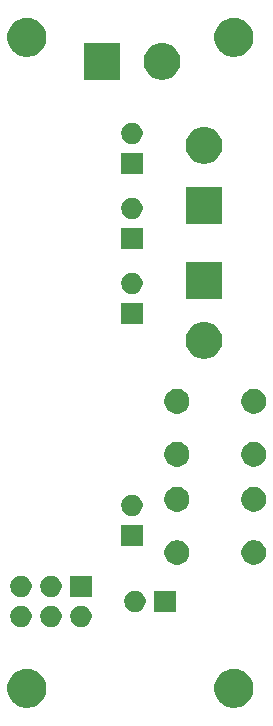
<source format=gbr>
G04 #@! TF.GenerationSoftware,KiCad,Pcbnew,(5.1.5)-3*
G04 #@! TF.CreationDate,2020-12-04T11:48:41+08:00*
G04 #@! TF.ProjectId,Clock PCB,436c6f63-6b20-4504-9342-2e6b69636164,rev?*
G04 #@! TF.SameCoordinates,Original*
G04 #@! TF.FileFunction,Soldermask,Top*
G04 #@! TF.FilePolarity,Negative*
%FSLAX46Y46*%
G04 Gerber Fmt 4.6, Leading zero omitted, Abs format (unit mm)*
G04 Created by KiCad (PCBNEW (5.1.5)-3) date 2020-12-04 11:48:41*
%MOMM*%
%LPD*%
G04 APERTURE LIST*
%ADD10C,0.150000*%
G04 APERTURE END LIST*
D10*
G36*
X189605256Y-120311298D02*
G01*
X189711579Y-120332447D01*
X190012042Y-120456903D01*
X190282451Y-120637585D01*
X190512415Y-120867549D01*
X190693097Y-121137958D01*
X190817553Y-121438421D01*
X190881000Y-121757391D01*
X190881000Y-122082609D01*
X190817553Y-122401579D01*
X190693097Y-122702042D01*
X190512415Y-122972451D01*
X190282451Y-123202415D01*
X190012042Y-123383097D01*
X189711579Y-123507553D01*
X189605256Y-123528702D01*
X189392611Y-123571000D01*
X189067389Y-123571000D01*
X188854744Y-123528702D01*
X188748421Y-123507553D01*
X188447958Y-123383097D01*
X188177549Y-123202415D01*
X187947585Y-122972451D01*
X187766903Y-122702042D01*
X187642447Y-122401579D01*
X187579000Y-122082609D01*
X187579000Y-121757391D01*
X187642447Y-121438421D01*
X187766903Y-121137958D01*
X187947585Y-120867549D01*
X188177549Y-120637585D01*
X188447958Y-120456903D01*
X188748421Y-120332447D01*
X188854744Y-120311298D01*
X189067389Y-120269000D01*
X189392611Y-120269000D01*
X189605256Y-120311298D01*
G37*
G36*
X172079256Y-120311298D02*
G01*
X172185579Y-120332447D01*
X172486042Y-120456903D01*
X172756451Y-120637585D01*
X172986415Y-120867549D01*
X173167097Y-121137958D01*
X173291553Y-121438421D01*
X173355000Y-121757391D01*
X173355000Y-122082609D01*
X173291553Y-122401579D01*
X173167097Y-122702042D01*
X172986415Y-122972451D01*
X172756451Y-123202415D01*
X172486042Y-123383097D01*
X172185579Y-123507553D01*
X172079256Y-123528702D01*
X171866611Y-123571000D01*
X171541389Y-123571000D01*
X171328744Y-123528702D01*
X171222421Y-123507553D01*
X170921958Y-123383097D01*
X170651549Y-123202415D01*
X170421585Y-122972451D01*
X170240903Y-122702042D01*
X170116447Y-122401579D01*
X170053000Y-122082609D01*
X170053000Y-121757391D01*
X170116447Y-121438421D01*
X170240903Y-121137958D01*
X170421585Y-120867549D01*
X170651549Y-120637585D01*
X170921958Y-120456903D01*
X171222421Y-120332447D01*
X171328744Y-120311298D01*
X171541389Y-120269000D01*
X171866611Y-120269000D01*
X172079256Y-120311298D01*
G37*
G36*
X171309512Y-114927927D02*
G01*
X171458812Y-114957624D01*
X171622784Y-115025544D01*
X171770354Y-115124147D01*
X171895853Y-115249646D01*
X171994456Y-115397216D01*
X172062376Y-115561188D01*
X172097000Y-115735259D01*
X172097000Y-115912741D01*
X172062376Y-116086812D01*
X171994456Y-116250784D01*
X171895853Y-116398354D01*
X171770354Y-116523853D01*
X171622784Y-116622456D01*
X171458812Y-116690376D01*
X171309512Y-116720073D01*
X171284742Y-116725000D01*
X171107258Y-116725000D01*
X171082488Y-116720073D01*
X170933188Y-116690376D01*
X170769216Y-116622456D01*
X170621646Y-116523853D01*
X170496147Y-116398354D01*
X170397544Y-116250784D01*
X170329624Y-116086812D01*
X170295000Y-115912741D01*
X170295000Y-115735259D01*
X170329624Y-115561188D01*
X170397544Y-115397216D01*
X170496147Y-115249646D01*
X170621646Y-115124147D01*
X170769216Y-115025544D01*
X170933188Y-114957624D01*
X171082488Y-114927927D01*
X171107258Y-114923000D01*
X171284742Y-114923000D01*
X171309512Y-114927927D01*
G37*
G36*
X176389512Y-114927927D02*
G01*
X176538812Y-114957624D01*
X176702784Y-115025544D01*
X176850354Y-115124147D01*
X176975853Y-115249646D01*
X177074456Y-115397216D01*
X177142376Y-115561188D01*
X177177000Y-115735259D01*
X177177000Y-115912741D01*
X177142376Y-116086812D01*
X177074456Y-116250784D01*
X176975853Y-116398354D01*
X176850354Y-116523853D01*
X176702784Y-116622456D01*
X176538812Y-116690376D01*
X176389512Y-116720073D01*
X176364742Y-116725000D01*
X176187258Y-116725000D01*
X176162488Y-116720073D01*
X176013188Y-116690376D01*
X175849216Y-116622456D01*
X175701646Y-116523853D01*
X175576147Y-116398354D01*
X175477544Y-116250784D01*
X175409624Y-116086812D01*
X175375000Y-115912741D01*
X175375000Y-115735259D01*
X175409624Y-115561188D01*
X175477544Y-115397216D01*
X175576147Y-115249646D01*
X175701646Y-115124147D01*
X175849216Y-115025544D01*
X176013188Y-114957624D01*
X176162488Y-114927927D01*
X176187258Y-114923000D01*
X176364742Y-114923000D01*
X176389512Y-114927927D01*
G37*
G36*
X173849512Y-114927927D02*
G01*
X173998812Y-114957624D01*
X174162784Y-115025544D01*
X174310354Y-115124147D01*
X174435853Y-115249646D01*
X174534456Y-115397216D01*
X174602376Y-115561188D01*
X174637000Y-115735259D01*
X174637000Y-115912741D01*
X174602376Y-116086812D01*
X174534456Y-116250784D01*
X174435853Y-116398354D01*
X174310354Y-116523853D01*
X174162784Y-116622456D01*
X173998812Y-116690376D01*
X173849512Y-116720073D01*
X173824742Y-116725000D01*
X173647258Y-116725000D01*
X173622488Y-116720073D01*
X173473188Y-116690376D01*
X173309216Y-116622456D01*
X173161646Y-116523853D01*
X173036147Y-116398354D01*
X172937544Y-116250784D01*
X172869624Y-116086812D01*
X172835000Y-115912741D01*
X172835000Y-115735259D01*
X172869624Y-115561188D01*
X172937544Y-115397216D01*
X173036147Y-115249646D01*
X173161646Y-115124147D01*
X173309216Y-115025544D01*
X173473188Y-114957624D01*
X173622488Y-114927927D01*
X173647258Y-114923000D01*
X173824742Y-114923000D01*
X173849512Y-114927927D01*
G37*
G36*
X180961512Y-113657927D02*
G01*
X181110812Y-113687624D01*
X181274784Y-113755544D01*
X181422354Y-113854147D01*
X181547853Y-113979646D01*
X181646456Y-114127216D01*
X181714376Y-114291188D01*
X181749000Y-114465259D01*
X181749000Y-114642741D01*
X181714376Y-114816812D01*
X181646456Y-114980784D01*
X181547853Y-115128354D01*
X181422354Y-115253853D01*
X181274784Y-115352456D01*
X181110812Y-115420376D01*
X180961512Y-115450073D01*
X180936742Y-115455000D01*
X180759258Y-115455000D01*
X180734488Y-115450073D01*
X180585188Y-115420376D01*
X180421216Y-115352456D01*
X180273646Y-115253853D01*
X180148147Y-115128354D01*
X180049544Y-114980784D01*
X179981624Y-114816812D01*
X179947000Y-114642741D01*
X179947000Y-114465259D01*
X179981624Y-114291188D01*
X180049544Y-114127216D01*
X180148147Y-113979646D01*
X180273646Y-113854147D01*
X180421216Y-113755544D01*
X180585188Y-113687624D01*
X180734488Y-113657927D01*
X180759258Y-113653000D01*
X180936742Y-113653000D01*
X180961512Y-113657927D01*
G37*
G36*
X184289000Y-115455000D02*
G01*
X182487000Y-115455000D01*
X182487000Y-113653000D01*
X184289000Y-113653000D01*
X184289000Y-115455000D01*
G37*
G36*
X171309512Y-112387927D02*
G01*
X171458812Y-112417624D01*
X171622784Y-112485544D01*
X171770354Y-112584147D01*
X171895853Y-112709646D01*
X171994456Y-112857216D01*
X172062376Y-113021188D01*
X172097000Y-113195259D01*
X172097000Y-113372741D01*
X172062376Y-113546812D01*
X171994456Y-113710784D01*
X171895853Y-113858354D01*
X171770354Y-113983853D01*
X171622784Y-114082456D01*
X171458812Y-114150376D01*
X171309512Y-114180073D01*
X171284742Y-114185000D01*
X171107258Y-114185000D01*
X171082488Y-114180073D01*
X170933188Y-114150376D01*
X170769216Y-114082456D01*
X170621646Y-113983853D01*
X170496147Y-113858354D01*
X170397544Y-113710784D01*
X170329624Y-113546812D01*
X170295000Y-113372741D01*
X170295000Y-113195259D01*
X170329624Y-113021188D01*
X170397544Y-112857216D01*
X170496147Y-112709646D01*
X170621646Y-112584147D01*
X170769216Y-112485544D01*
X170933188Y-112417624D01*
X171082488Y-112387927D01*
X171107258Y-112383000D01*
X171284742Y-112383000D01*
X171309512Y-112387927D01*
G37*
G36*
X177177000Y-114185000D02*
G01*
X175375000Y-114185000D01*
X175375000Y-112383000D01*
X177177000Y-112383000D01*
X177177000Y-114185000D01*
G37*
G36*
X173849512Y-112387927D02*
G01*
X173998812Y-112417624D01*
X174162784Y-112485544D01*
X174310354Y-112584147D01*
X174435853Y-112709646D01*
X174534456Y-112857216D01*
X174602376Y-113021188D01*
X174637000Y-113195259D01*
X174637000Y-113372741D01*
X174602376Y-113546812D01*
X174534456Y-113710784D01*
X174435853Y-113858354D01*
X174310354Y-113983853D01*
X174162784Y-114082456D01*
X173998812Y-114150376D01*
X173849512Y-114180073D01*
X173824742Y-114185000D01*
X173647258Y-114185000D01*
X173622488Y-114180073D01*
X173473188Y-114150376D01*
X173309216Y-114082456D01*
X173161646Y-113983853D01*
X173036147Y-113858354D01*
X172937544Y-113710784D01*
X172869624Y-113546812D01*
X172835000Y-113372741D01*
X172835000Y-113195259D01*
X172869624Y-113021188D01*
X172937544Y-112857216D01*
X173036147Y-112709646D01*
X173161646Y-112584147D01*
X173309216Y-112485544D01*
X173473188Y-112417624D01*
X173622488Y-112387927D01*
X173647258Y-112383000D01*
X173824742Y-112383000D01*
X173849512Y-112387927D01*
G37*
G36*
X191210564Y-109407389D02*
G01*
X191401833Y-109486615D01*
X191401835Y-109486616D01*
X191573973Y-109601635D01*
X191720365Y-109748027D01*
X191835385Y-109920167D01*
X191914611Y-110111436D01*
X191955000Y-110314484D01*
X191955000Y-110521516D01*
X191914611Y-110724564D01*
X191835385Y-110915833D01*
X191835384Y-110915835D01*
X191720365Y-111087973D01*
X191573973Y-111234365D01*
X191401835Y-111349384D01*
X191401834Y-111349385D01*
X191401833Y-111349385D01*
X191210564Y-111428611D01*
X191007516Y-111469000D01*
X190800484Y-111469000D01*
X190597436Y-111428611D01*
X190406167Y-111349385D01*
X190406166Y-111349385D01*
X190406165Y-111349384D01*
X190234027Y-111234365D01*
X190087635Y-111087973D01*
X189972616Y-110915835D01*
X189972615Y-110915833D01*
X189893389Y-110724564D01*
X189853000Y-110521516D01*
X189853000Y-110314484D01*
X189893389Y-110111436D01*
X189972615Y-109920167D01*
X190087635Y-109748027D01*
X190234027Y-109601635D01*
X190406165Y-109486616D01*
X190406167Y-109486615D01*
X190597436Y-109407389D01*
X190800484Y-109367000D01*
X191007516Y-109367000D01*
X191210564Y-109407389D01*
G37*
G36*
X184710564Y-109407389D02*
G01*
X184901833Y-109486615D01*
X184901835Y-109486616D01*
X185073973Y-109601635D01*
X185220365Y-109748027D01*
X185335385Y-109920167D01*
X185414611Y-110111436D01*
X185455000Y-110314484D01*
X185455000Y-110521516D01*
X185414611Y-110724564D01*
X185335385Y-110915833D01*
X185335384Y-110915835D01*
X185220365Y-111087973D01*
X185073973Y-111234365D01*
X184901835Y-111349384D01*
X184901834Y-111349385D01*
X184901833Y-111349385D01*
X184710564Y-111428611D01*
X184507516Y-111469000D01*
X184300484Y-111469000D01*
X184097436Y-111428611D01*
X183906167Y-111349385D01*
X183906166Y-111349385D01*
X183906165Y-111349384D01*
X183734027Y-111234365D01*
X183587635Y-111087973D01*
X183472616Y-110915835D01*
X183472615Y-110915833D01*
X183393389Y-110724564D01*
X183353000Y-110521516D01*
X183353000Y-110314484D01*
X183393389Y-110111436D01*
X183472615Y-109920167D01*
X183587635Y-109748027D01*
X183734027Y-109601635D01*
X183906165Y-109486616D01*
X183906167Y-109486615D01*
X184097436Y-109407389D01*
X184300484Y-109367000D01*
X184507516Y-109367000D01*
X184710564Y-109407389D01*
G37*
G36*
X181495000Y-109867000D02*
G01*
X179693000Y-109867000D01*
X179693000Y-108065000D01*
X181495000Y-108065000D01*
X181495000Y-109867000D01*
G37*
G36*
X180707512Y-105529927D02*
G01*
X180856812Y-105559624D01*
X181020784Y-105627544D01*
X181168354Y-105726147D01*
X181293853Y-105851646D01*
X181392456Y-105999216D01*
X181460376Y-106163188D01*
X181495000Y-106337259D01*
X181495000Y-106514741D01*
X181460376Y-106688812D01*
X181392456Y-106852784D01*
X181293853Y-107000354D01*
X181168354Y-107125853D01*
X181020784Y-107224456D01*
X180856812Y-107292376D01*
X180707512Y-107322073D01*
X180682742Y-107327000D01*
X180505258Y-107327000D01*
X180480488Y-107322073D01*
X180331188Y-107292376D01*
X180167216Y-107224456D01*
X180019646Y-107125853D01*
X179894147Y-107000354D01*
X179795544Y-106852784D01*
X179727624Y-106688812D01*
X179693000Y-106514741D01*
X179693000Y-106337259D01*
X179727624Y-106163188D01*
X179795544Y-105999216D01*
X179894147Y-105851646D01*
X180019646Y-105726147D01*
X180167216Y-105627544D01*
X180331188Y-105559624D01*
X180480488Y-105529927D01*
X180505258Y-105525000D01*
X180682742Y-105525000D01*
X180707512Y-105529927D01*
G37*
G36*
X184710564Y-104907389D02*
G01*
X184901833Y-104986615D01*
X184901835Y-104986616D01*
X185073973Y-105101635D01*
X185220365Y-105248027D01*
X185335385Y-105420167D01*
X185414611Y-105611436D01*
X185455000Y-105814484D01*
X185455000Y-106021516D01*
X185414611Y-106224564D01*
X185367931Y-106337259D01*
X185335384Y-106415835D01*
X185220365Y-106587973D01*
X185073973Y-106734365D01*
X184901835Y-106849384D01*
X184901834Y-106849385D01*
X184901833Y-106849385D01*
X184710564Y-106928611D01*
X184507516Y-106969000D01*
X184300484Y-106969000D01*
X184097436Y-106928611D01*
X183906167Y-106849385D01*
X183906166Y-106849385D01*
X183906165Y-106849384D01*
X183734027Y-106734365D01*
X183587635Y-106587973D01*
X183472616Y-106415835D01*
X183440069Y-106337259D01*
X183393389Y-106224564D01*
X183353000Y-106021516D01*
X183353000Y-105814484D01*
X183393389Y-105611436D01*
X183472615Y-105420167D01*
X183587635Y-105248027D01*
X183734027Y-105101635D01*
X183906165Y-104986616D01*
X183906167Y-104986615D01*
X184097436Y-104907389D01*
X184300484Y-104867000D01*
X184507516Y-104867000D01*
X184710564Y-104907389D01*
G37*
G36*
X191210564Y-104907389D02*
G01*
X191401833Y-104986615D01*
X191401835Y-104986616D01*
X191573973Y-105101635D01*
X191720365Y-105248027D01*
X191835385Y-105420167D01*
X191914611Y-105611436D01*
X191955000Y-105814484D01*
X191955000Y-106021516D01*
X191914611Y-106224564D01*
X191867931Y-106337259D01*
X191835384Y-106415835D01*
X191720365Y-106587973D01*
X191573973Y-106734365D01*
X191401835Y-106849384D01*
X191401834Y-106849385D01*
X191401833Y-106849385D01*
X191210564Y-106928611D01*
X191007516Y-106969000D01*
X190800484Y-106969000D01*
X190597436Y-106928611D01*
X190406167Y-106849385D01*
X190406166Y-106849385D01*
X190406165Y-106849384D01*
X190234027Y-106734365D01*
X190087635Y-106587973D01*
X189972616Y-106415835D01*
X189940069Y-106337259D01*
X189893389Y-106224564D01*
X189853000Y-106021516D01*
X189853000Y-105814484D01*
X189893389Y-105611436D01*
X189972615Y-105420167D01*
X190087635Y-105248027D01*
X190234027Y-105101635D01*
X190406165Y-104986616D01*
X190406167Y-104986615D01*
X190597436Y-104907389D01*
X190800484Y-104867000D01*
X191007516Y-104867000D01*
X191210564Y-104907389D01*
G37*
G36*
X184710564Y-101097389D02*
G01*
X184901833Y-101176615D01*
X184901835Y-101176616D01*
X185073973Y-101291635D01*
X185220365Y-101438027D01*
X185335385Y-101610167D01*
X185414611Y-101801436D01*
X185455000Y-102004484D01*
X185455000Y-102211516D01*
X185414611Y-102414564D01*
X185335385Y-102605833D01*
X185335384Y-102605835D01*
X185220365Y-102777973D01*
X185073973Y-102924365D01*
X184901835Y-103039384D01*
X184901834Y-103039385D01*
X184901833Y-103039385D01*
X184710564Y-103118611D01*
X184507516Y-103159000D01*
X184300484Y-103159000D01*
X184097436Y-103118611D01*
X183906167Y-103039385D01*
X183906166Y-103039385D01*
X183906165Y-103039384D01*
X183734027Y-102924365D01*
X183587635Y-102777973D01*
X183472616Y-102605835D01*
X183472615Y-102605833D01*
X183393389Y-102414564D01*
X183353000Y-102211516D01*
X183353000Y-102004484D01*
X183393389Y-101801436D01*
X183472615Y-101610167D01*
X183587635Y-101438027D01*
X183734027Y-101291635D01*
X183906165Y-101176616D01*
X183906167Y-101176615D01*
X184097436Y-101097389D01*
X184300484Y-101057000D01*
X184507516Y-101057000D01*
X184710564Y-101097389D01*
G37*
G36*
X191210564Y-101097389D02*
G01*
X191401833Y-101176615D01*
X191401835Y-101176616D01*
X191573973Y-101291635D01*
X191720365Y-101438027D01*
X191835385Y-101610167D01*
X191914611Y-101801436D01*
X191955000Y-102004484D01*
X191955000Y-102211516D01*
X191914611Y-102414564D01*
X191835385Y-102605833D01*
X191835384Y-102605835D01*
X191720365Y-102777973D01*
X191573973Y-102924365D01*
X191401835Y-103039384D01*
X191401834Y-103039385D01*
X191401833Y-103039385D01*
X191210564Y-103118611D01*
X191007516Y-103159000D01*
X190800484Y-103159000D01*
X190597436Y-103118611D01*
X190406167Y-103039385D01*
X190406166Y-103039385D01*
X190406165Y-103039384D01*
X190234027Y-102924365D01*
X190087635Y-102777973D01*
X189972616Y-102605835D01*
X189972615Y-102605833D01*
X189893389Y-102414564D01*
X189853000Y-102211516D01*
X189853000Y-102004484D01*
X189893389Y-101801436D01*
X189972615Y-101610167D01*
X190087635Y-101438027D01*
X190234027Y-101291635D01*
X190406165Y-101176616D01*
X190406167Y-101176615D01*
X190597436Y-101097389D01*
X190800484Y-101057000D01*
X191007516Y-101057000D01*
X191210564Y-101097389D01*
G37*
G36*
X191210564Y-96597389D02*
G01*
X191401833Y-96676615D01*
X191401835Y-96676616D01*
X191573973Y-96791635D01*
X191720365Y-96938027D01*
X191835385Y-97110167D01*
X191914611Y-97301436D01*
X191955000Y-97504484D01*
X191955000Y-97711516D01*
X191914611Y-97914564D01*
X191835385Y-98105833D01*
X191835384Y-98105835D01*
X191720365Y-98277973D01*
X191573973Y-98424365D01*
X191401835Y-98539384D01*
X191401834Y-98539385D01*
X191401833Y-98539385D01*
X191210564Y-98618611D01*
X191007516Y-98659000D01*
X190800484Y-98659000D01*
X190597436Y-98618611D01*
X190406167Y-98539385D01*
X190406166Y-98539385D01*
X190406165Y-98539384D01*
X190234027Y-98424365D01*
X190087635Y-98277973D01*
X189972616Y-98105835D01*
X189972615Y-98105833D01*
X189893389Y-97914564D01*
X189853000Y-97711516D01*
X189853000Y-97504484D01*
X189893389Y-97301436D01*
X189972615Y-97110167D01*
X190087635Y-96938027D01*
X190234027Y-96791635D01*
X190406165Y-96676616D01*
X190406167Y-96676615D01*
X190597436Y-96597389D01*
X190800484Y-96557000D01*
X191007516Y-96557000D01*
X191210564Y-96597389D01*
G37*
G36*
X184710564Y-96597389D02*
G01*
X184901833Y-96676615D01*
X184901835Y-96676616D01*
X185073973Y-96791635D01*
X185220365Y-96938027D01*
X185335385Y-97110167D01*
X185414611Y-97301436D01*
X185455000Y-97504484D01*
X185455000Y-97711516D01*
X185414611Y-97914564D01*
X185335385Y-98105833D01*
X185335384Y-98105835D01*
X185220365Y-98277973D01*
X185073973Y-98424365D01*
X184901835Y-98539384D01*
X184901834Y-98539385D01*
X184901833Y-98539385D01*
X184710564Y-98618611D01*
X184507516Y-98659000D01*
X184300484Y-98659000D01*
X184097436Y-98618611D01*
X183906167Y-98539385D01*
X183906166Y-98539385D01*
X183906165Y-98539384D01*
X183734027Y-98424365D01*
X183587635Y-98277973D01*
X183472616Y-98105835D01*
X183472615Y-98105833D01*
X183393389Y-97914564D01*
X183353000Y-97711516D01*
X183353000Y-97504484D01*
X183393389Y-97301436D01*
X183472615Y-97110167D01*
X183587635Y-96938027D01*
X183734027Y-96791635D01*
X183906165Y-96676616D01*
X183906167Y-96676615D01*
X184097436Y-96597389D01*
X184300484Y-96557000D01*
X184507516Y-96557000D01*
X184710564Y-96597389D01*
G37*
G36*
X186992585Y-90934802D02*
G01*
X187142410Y-90964604D01*
X187424674Y-91081521D01*
X187678705Y-91251259D01*
X187894741Y-91467295D01*
X188064479Y-91721326D01*
X188181396Y-92003590D01*
X188241000Y-92303240D01*
X188241000Y-92608760D01*
X188181396Y-92908410D01*
X188064479Y-93190674D01*
X187894741Y-93444705D01*
X187678705Y-93660741D01*
X187424674Y-93830479D01*
X187142410Y-93947396D01*
X186992585Y-93977198D01*
X186842761Y-94007000D01*
X186537239Y-94007000D01*
X186387415Y-93977198D01*
X186237590Y-93947396D01*
X185955326Y-93830479D01*
X185701295Y-93660741D01*
X185485259Y-93444705D01*
X185315521Y-93190674D01*
X185198604Y-92908410D01*
X185139000Y-92608760D01*
X185139000Y-92303240D01*
X185198604Y-92003590D01*
X185315521Y-91721326D01*
X185485259Y-91467295D01*
X185701295Y-91251259D01*
X185955326Y-91081521D01*
X186237590Y-90964604D01*
X186387415Y-90934802D01*
X186537239Y-90905000D01*
X186842761Y-90905000D01*
X186992585Y-90934802D01*
G37*
G36*
X181495000Y-91071000D02*
G01*
X179693000Y-91071000D01*
X179693000Y-89269000D01*
X181495000Y-89269000D01*
X181495000Y-91071000D01*
G37*
G36*
X188241000Y-88927000D02*
G01*
X185139000Y-88927000D01*
X185139000Y-85825000D01*
X188241000Y-85825000D01*
X188241000Y-88927000D01*
G37*
G36*
X180707512Y-86733927D02*
G01*
X180856812Y-86763624D01*
X181020784Y-86831544D01*
X181168354Y-86930147D01*
X181293853Y-87055646D01*
X181392456Y-87203216D01*
X181460376Y-87367188D01*
X181495000Y-87541259D01*
X181495000Y-87718741D01*
X181460376Y-87892812D01*
X181392456Y-88056784D01*
X181293853Y-88204354D01*
X181168354Y-88329853D01*
X181020784Y-88428456D01*
X180856812Y-88496376D01*
X180707512Y-88526073D01*
X180682742Y-88531000D01*
X180505258Y-88531000D01*
X180480488Y-88526073D01*
X180331188Y-88496376D01*
X180167216Y-88428456D01*
X180019646Y-88329853D01*
X179894147Y-88204354D01*
X179795544Y-88056784D01*
X179727624Y-87892812D01*
X179693000Y-87718741D01*
X179693000Y-87541259D01*
X179727624Y-87367188D01*
X179795544Y-87203216D01*
X179894147Y-87055646D01*
X180019646Y-86930147D01*
X180167216Y-86831544D01*
X180331188Y-86763624D01*
X180480488Y-86733927D01*
X180505258Y-86729000D01*
X180682742Y-86729000D01*
X180707512Y-86733927D01*
G37*
G36*
X181495000Y-84721000D02*
G01*
X179693000Y-84721000D01*
X179693000Y-82919000D01*
X181495000Y-82919000D01*
X181495000Y-84721000D01*
G37*
G36*
X188241000Y-82577000D02*
G01*
X185139000Y-82577000D01*
X185139000Y-79475000D01*
X188241000Y-79475000D01*
X188241000Y-82577000D01*
G37*
G36*
X180707512Y-80383927D02*
G01*
X180856812Y-80413624D01*
X181020784Y-80481544D01*
X181168354Y-80580147D01*
X181293853Y-80705646D01*
X181392456Y-80853216D01*
X181460376Y-81017188D01*
X181495000Y-81191259D01*
X181495000Y-81368741D01*
X181460376Y-81542812D01*
X181392456Y-81706784D01*
X181293853Y-81854354D01*
X181168354Y-81979853D01*
X181020784Y-82078456D01*
X180856812Y-82146376D01*
X180707512Y-82176073D01*
X180682742Y-82181000D01*
X180505258Y-82181000D01*
X180480488Y-82176073D01*
X180331188Y-82146376D01*
X180167216Y-82078456D01*
X180019646Y-81979853D01*
X179894147Y-81854354D01*
X179795544Y-81706784D01*
X179727624Y-81542812D01*
X179693000Y-81368741D01*
X179693000Y-81191259D01*
X179727624Y-81017188D01*
X179795544Y-80853216D01*
X179894147Y-80705646D01*
X180019646Y-80580147D01*
X180167216Y-80481544D01*
X180331188Y-80413624D01*
X180480488Y-80383927D01*
X180505258Y-80379000D01*
X180682742Y-80379000D01*
X180707512Y-80383927D01*
G37*
G36*
X181495000Y-78371000D02*
G01*
X179693000Y-78371000D01*
X179693000Y-76569000D01*
X181495000Y-76569000D01*
X181495000Y-78371000D01*
G37*
G36*
X186992585Y-74424802D02*
G01*
X187142410Y-74454604D01*
X187424674Y-74571521D01*
X187678705Y-74741259D01*
X187894741Y-74957295D01*
X188064479Y-75211326D01*
X188181396Y-75493590D01*
X188241000Y-75793240D01*
X188241000Y-76098760D01*
X188181396Y-76398410D01*
X188064479Y-76680674D01*
X187894741Y-76934705D01*
X187678705Y-77150741D01*
X187424674Y-77320479D01*
X187142410Y-77437396D01*
X186992585Y-77467198D01*
X186842761Y-77497000D01*
X186537239Y-77497000D01*
X186387415Y-77467198D01*
X186237590Y-77437396D01*
X185955326Y-77320479D01*
X185701295Y-77150741D01*
X185485259Y-76934705D01*
X185315521Y-76680674D01*
X185198604Y-76398410D01*
X185139000Y-76098760D01*
X185139000Y-75793240D01*
X185198604Y-75493590D01*
X185315521Y-75211326D01*
X185485259Y-74957295D01*
X185701295Y-74741259D01*
X185955326Y-74571521D01*
X186237590Y-74454604D01*
X186387415Y-74424802D01*
X186537239Y-74395000D01*
X186842761Y-74395000D01*
X186992585Y-74424802D01*
G37*
G36*
X180707512Y-74033927D02*
G01*
X180856812Y-74063624D01*
X181020784Y-74131544D01*
X181168354Y-74230147D01*
X181293853Y-74355646D01*
X181392456Y-74503216D01*
X181460376Y-74667188D01*
X181495000Y-74841259D01*
X181495000Y-75018741D01*
X181460376Y-75192812D01*
X181392456Y-75356784D01*
X181293853Y-75504354D01*
X181168354Y-75629853D01*
X181020784Y-75728456D01*
X180856812Y-75796376D01*
X180707512Y-75826073D01*
X180682742Y-75831000D01*
X180505258Y-75831000D01*
X180480488Y-75826073D01*
X180331188Y-75796376D01*
X180167216Y-75728456D01*
X180019646Y-75629853D01*
X179894147Y-75504354D01*
X179795544Y-75356784D01*
X179727624Y-75192812D01*
X179693000Y-75018741D01*
X179693000Y-74841259D01*
X179727624Y-74667188D01*
X179795544Y-74503216D01*
X179894147Y-74355646D01*
X180019646Y-74230147D01*
X180167216Y-74131544D01*
X180331188Y-74063624D01*
X180480488Y-74033927D01*
X180505258Y-74029000D01*
X180682742Y-74029000D01*
X180707512Y-74033927D01*
G37*
G36*
X183436585Y-67312802D02*
G01*
X183586410Y-67342604D01*
X183868674Y-67459521D01*
X184122705Y-67629259D01*
X184338741Y-67845295D01*
X184508479Y-68099326D01*
X184625396Y-68381590D01*
X184685000Y-68681240D01*
X184685000Y-68986760D01*
X184625396Y-69286410D01*
X184508479Y-69568674D01*
X184338741Y-69822705D01*
X184122705Y-70038741D01*
X183868674Y-70208479D01*
X183586410Y-70325396D01*
X183436585Y-70355198D01*
X183286761Y-70385000D01*
X182981239Y-70385000D01*
X182831415Y-70355198D01*
X182681590Y-70325396D01*
X182399326Y-70208479D01*
X182145295Y-70038741D01*
X181929259Y-69822705D01*
X181759521Y-69568674D01*
X181642604Y-69286410D01*
X181583000Y-68986760D01*
X181583000Y-68681240D01*
X181642604Y-68381590D01*
X181759521Y-68099326D01*
X181929259Y-67845295D01*
X182145295Y-67629259D01*
X182399326Y-67459521D01*
X182681590Y-67342604D01*
X182831415Y-67312802D01*
X182981239Y-67283000D01*
X183286761Y-67283000D01*
X183436585Y-67312802D01*
G37*
G36*
X179605000Y-70385000D02*
G01*
X176503000Y-70385000D01*
X176503000Y-67283000D01*
X179605000Y-67283000D01*
X179605000Y-70385000D01*
G37*
G36*
X172079256Y-65193298D02*
G01*
X172185579Y-65214447D01*
X172486042Y-65338903D01*
X172756451Y-65519585D01*
X172986415Y-65749549D01*
X173167097Y-66019958D01*
X173291553Y-66320421D01*
X173355000Y-66639391D01*
X173355000Y-66964609D01*
X173291553Y-67283579D01*
X173167097Y-67584042D01*
X172986415Y-67854451D01*
X172756451Y-68084415D01*
X172486042Y-68265097D01*
X172185579Y-68389553D01*
X172079256Y-68410702D01*
X171866611Y-68453000D01*
X171541389Y-68453000D01*
X171328744Y-68410702D01*
X171222421Y-68389553D01*
X170921958Y-68265097D01*
X170651549Y-68084415D01*
X170421585Y-67854451D01*
X170240903Y-67584042D01*
X170116447Y-67283579D01*
X170053000Y-66964609D01*
X170053000Y-66639391D01*
X170116447Y-66320421D01*
X170240903Y-66019958D01*
X170421585Y-65749549D01*
X170651549Y-65519585D01*
X170921958Y-65338903D01*
X171222421Y-65214447D01*
X171328744Y-65193298D01*
X171541389Y-65151000D01*
X171866611Y-65151000D01*
X172079256Y-65193298D01*
G37*
G36*
X189605256Y-65193298D02*
G01*
X189711579Y-65214447D01*
X190012042Y-65338903D01*
X190282451Y-65519585D01*
X190512415Y-65749549D01*
X190693097Y-66019958D01*
X190817553Y-66320421D01*
X190881000Y-66639391D01*
X190881000Y-66964609D01*
X190817553Y-67283579D01*
X190693097Y-67584042D01*
X190512415Y-67854451D01*
X190282451Y-68084415D01*
X190012042Y-68265097D01*
X189711579Y-68389553D01*
X189605256Y-68410702D01*
X189392611Y-68453000D01*
X189067389Y-68453000D01*
X188854744Y-68410702D01*
X188748421Y-68389553D01*
X188447958Y-68265097D01*
X188177549Y-68084415D01*
X187947585Y-67854451D01*
X187766903Y-67584042D01*
X187642447Y-67283579D01*
X187579000Y-66964609D01*
X187579000Y-66639391D01*
X187642447Y-66320421D01*
X187766903Y-66019958D01*
X187947585Y-65749549D01*
X188177549Y-65519585D01*
X188447958Y-65338903D01*
X188748421Y-65214447D01*
X188854744Y-65193298D01*
X189067389Y-65151000D01*
X189392611Y-65151000D01*
X189605256Y-65193298D01*
G37*
M02*

</source>
